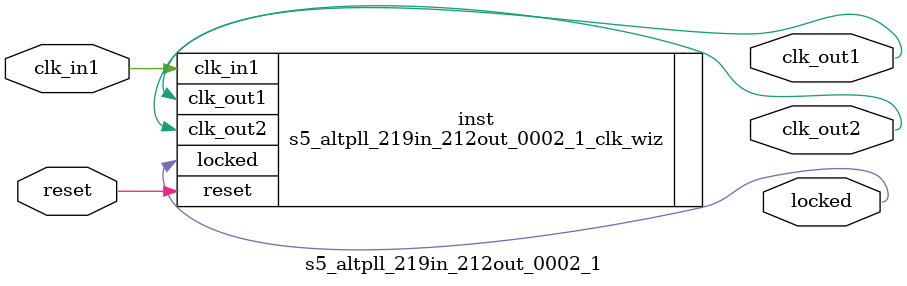
<source format=v>


`timescale 1ps/1ps

(* CORE_GENERATION_INFO = "s5_altpll_219in_212out_0002_1,clk_wiz_v5_4_2_0,{component_name=s5_altpll_219in_212out_0002_1,use_phase_alignment=false,use_min_o_jitter=false,use_max_i_jitter=false,use_dyn_phase_shift=false,use_inclk_switchover=false,use_dyn_reconfig=false,enable_axi=0,feedback_source=FDBK_AUTO,PRIMITIVE=PLL,num_out_clk=2,clkin1_period=4.563,clkin2_period=10.0,use_power_down=false,use_reset=true,use_locked=true,use_inclk_stopped=false,feedback_type=SINGLE,CLOCK_MGR_TYPE=NA,manual_override=false}" *)

module s5_altpll_219in_212out_0002_1 
 (
  // Clock out ports
  output        clk_out1,
  output        clk_out2,
  // Status and control signals
  input         reset,
  output        locked,
 // Clock in ports
  input         clk_in1
 );

  s5_altpll_219in_212out_0002_1_clk_wiz inst
  (
  // Clock out ports  
  .clk_out1(clk_out1),
  .clk_out2(clk_out2),
  // Status and control signals               
  .reset(reset), 
  .locked(locked),
 // Clock in ports
  .clk_in1(clk_in1)
  );

endmodule

</source>
